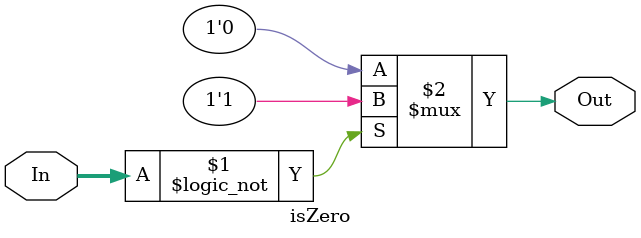
<source format=v>
module isZero (In, Out);
	parameter n = 8;
	input [n-1:0] In;
	output Out;

	assign Out = In == 0 ? 1'b1 : 1'b0;

endmodule
</source>
